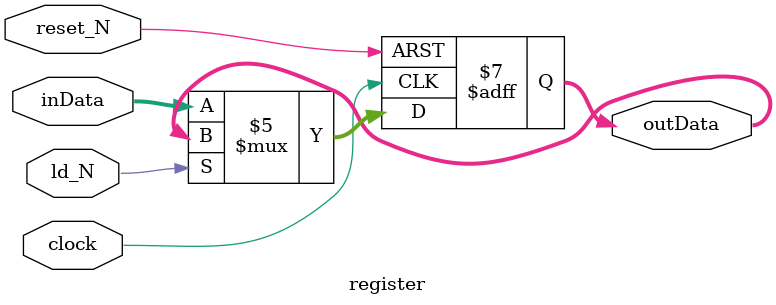
<source format=v>
`timescale 1ns / 100ps


module register(inData, reset_N, clock, ld_N, outData);
    input [3:0] inData;
    input clock, reset_N, ld_N;
    output [3:0] outData;
    
    wire [3:0] inData;
    wire clock, reset_N, ld_N;
    reg [3:0] outData;
    
    always@(posedge clock or negedge reset_N) begin
        if (!reset_N) begin
            outData <= 4'b0000;
        end else if(!ld_N) begin
            outData <= inData; // ~LD == L はロード
        end else begin
            outData <= outData; // ~LD == H はストア
        end
    end
endmodule

</source>
